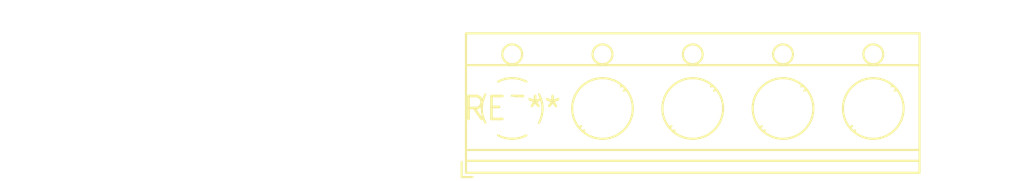
<source format=kicad_pcb>
(kicad_pcb (version 20240108) (generator pcbnew)
  (layers (0 "F.Cu" signal) (31 "B.Cu" signal) (34 "B.Paste" user) (35 "F.Paste" user) (36 "B.SilkS" user "B.Silkscreen") (37 "F.SilkS" user "F.Silkscreen") (38 "B.Mask" user) (39 "F.Mask" user) (44 "Edge.Cuts" user))
  (net 0 "")
  (footprint "TerminalBlock_RND_205-00015_1x05_P5.00mm_Horizontal" (layer "F.Cu") (at 0 0)
    (property "Reference" "REF**")
    (property "Value" "TerminalBlock_RND_205-00015_1x05_P5.00mm_Horizontal")
    (fp_line (start -2.8 2.96) (end -2.8 3.8) (layer "F.SilkS") (stroke (width 0.12)))
    (fp_line (start -2.8 3.8) (end -2.2 3.8) (layer "F.SilkS") (stroke (width 0.12)))
    (fp_line (start -2.56 -4.16) (end -2.56 3.561) (layer "F.SilkS") (stroke (width 0.12)))
    (fp_line (start -2.56 -4.16) (end 22.56 -4.16) (layer "F.SilkS") (stroke (width 0.12)))
    (fp_line (start -2.56 -2.4) (end 22.56 -2.4) (layer "F.SilkS") (stroke (width 0.12)))
    (fp_line (start -2.56 2.3) (end 22.56 2.3) (layer "F.SilkS") (stroke (width 0.12)))
    (fp_line (start -2.56 2.9) (end 22.56 2.9) (layer "F.SilkS") (stroke (width 0.12)))
    (fp_line (start -2.56 3.561) (end 22.56 3.561) (layer "F.SilkS") (stroke (width 0.12)))
    (fp_line (start 3.82 0.976) (end 3.726 1.069) (layer "F.SilkS") (stroke (width 0.12)))
    (fp_line (start 3.99 1.216) (end 3.931 1.274) (layer "F.SilkS") (stroke (width 0.12)))
    (fp_line (start 6.07 -1.275) (end 6.011 -1.216) (layer "F.SilkS") (stroke (width 0.12)))
    (fp_line (start 6.275 -1.069) (end 6.181 -0.976) (layer "F.SilkS") (stroke (width 0.12)))
    (fp_line (start 8.82 0.976) (end 8.726 1.069) (layer "F.SilkS") (stroke (width 0.12)))
    (fp_line (start 8.99 1.216) (end 8.931 1.274) (layer "F.SilkS") (stroke (width 0.12)))
    (fp_line (start 11.07 -1.275) (end 11.011 -1.216) (layer "F.SilkS") (stroke (width 0.12)))
    (fp_line (start 11.275 -1.069) (end 11.181 -0.976) (layer "F.SilkS") (stroke (width 0.12)))
    (fp_line (start 13.82 0.976) (end 13.726 1.069) (layer "F.SilkS") (stroke (width 0.12)))
    (fp_line (start 13.99 1.216) (end 13.931 1.274) (layer "F.SilkS") (stroke (width 0.12)))
    (fp_line (start 16.07 -1.275) (end 16.011 -1.216) (layer "F.SilkS") (stroke (width 0.12)))
    (fp_line (start 16.275 -1.069) (end 16.181 -0.976) (layer "F.SilkS") (stroke (width 0.12)))
    (fp_line (start 18.82 0.976) (end 18.726 1.069) (layer "F.SilkS") (stroke (width 0.12)))
    (fp_line (start 18.99 1.216) (end 18.931 1.274) (layer "F.SilkS") (stroke (width 0.12)))
    (fp_line (start 21.07 -1.275) (end 21.011 -1.216) (layer "F.SilkS") (stroke (width 0.12)))
    (fp_line (start 21.275 -1.069) (end 21.181 -0.976) (layer "F.SilkS") (stroke (width 0.12)))
    (fp_line (start 22.56 -4.16) (end 22.56 3.561) (layer "F.SilkS") (stroke (width 0.12)))
    (fp_arc (start -1.483953 0.789089) (mid -1.680708 5e-05) (end -1.484 -0.789) (layer "F.SilkS") (stroke (width 0.12)))
    (fp_arc (start -0.789089 -1.483953) (mid -5e-05 -1.680708) (end 0.789 -1.484) (layer "F.SilkS") (stroke (width 0.12)))
    (fp_arc (start 0.029383 1.68045) (mid -0.392304 1.634281) (end -0.789 1.484) (layer "F.SilkS") (stroke (width 0.12)))
    (fp_arc (start 0.788712 1.483352) (mid 0.406429 1.630097) (end 0 1.68) (layer "F.SilkS") (stroke (width 0.12)))
    (fp_arc (start 1.483953 -0.789089) (mid 1.680708 -5e-05) (end 1.484 0.789) (layer "F.SilkS") (stroke (width 0.12)))
    (fp_circle (center 0 -3) (end 0.55 -3) (layer "F.SilkS") (stroke (width 0.12)) (fill none))
    (fp_circle (center 5 -3) (end 5.55 -3) (layer "F.SilkS") (stroke (width 0.12)) (fill none))
    (fp_circle (center 5 0) (end 6.68 0) (layer "F.SilkS") (stroke (width 0.12)) (fill none))
    (fp_circle (center 10 -3) (end 10.55 -3) (layer "F.SilkS") (stroke (width 0.12)) (fill none))
    (fp_circle (center 10 0) (end 11.68 0) (layer "F.SilkS") (stroke (width 0.12)) (fill none))
    (fp_circle (center 15 -3) (end 15.55 -3) (layer "F.SilkS") (stroke (width 0.12)) (fill none))
    (fp_circle (center 15 0) (end 16.68 0) (layer "F.SilkS") (stroke (width 0.12)) (fill none))
    (fp_circle (center 20 -3) (end 20.55 -3) (layer "F.SilkS") (stroke (width 0.12)) (fill none))
    (fp_circle (center 20 0) (end 21.68 0) (layer "F.SilkS") (stroke (width 0.12)) (fill none))
    (pad "1" thru_hole rect (at 0 0) (size 2.5 2.5) (drill 1.3) (layers *.Cu *.Mask) (remove_unused_layers))
    (pad "2" thru_hole circle (at 5 0) (size 2.5 2.5) (drill 1.3) (layers *.Cu *.Mask) (remove_unused_layers))
    (pad "3" thru_hole circle (at 10 0) (size 2.5 2.5) (drill 1.3) (layers *.Cu *.Mask) (remove_unused_layers))
    (pad "4" thru_hole circle (at 15 0) (size 2.5 2.5) (drill 1.3) (layers *.Cu *.Mask) (remove_unused_layers))
    (pad "5" thru_hole circle (at 20 0) (size 2.5 2.5) (drill 1.3) (layers *.Cu *.Mask) (remove_unused_layers))
  )
)
</source>
